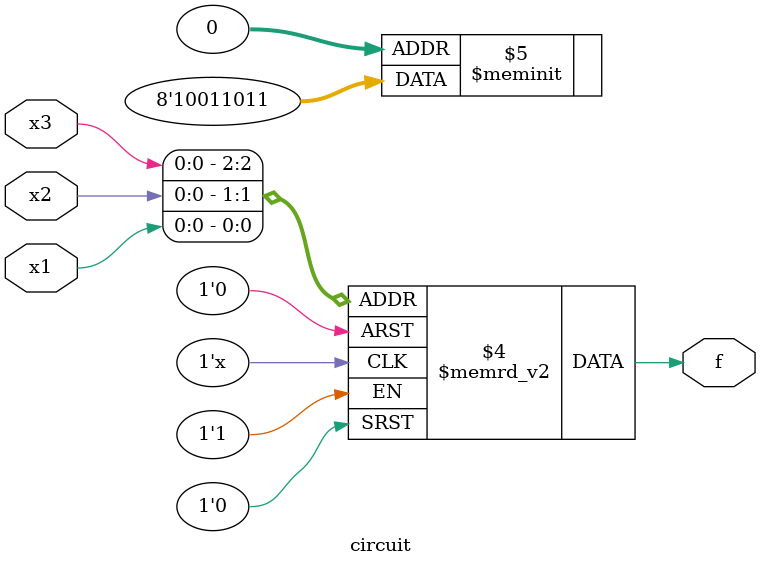
<source format=v>
module circuit(input x3, input x2, input x1, output reg f );
  
  always @(x3 or x2 or x1)
    case ({x3, x2, x1})
      3'b000, 3'b001, 3'b011: f = 1;
      3'b010, 3'b110, 3'b101: f = 0;
      3'b100, 3'b111: f = 1;
      default: f = 0;
    endcase
endmodule


</source>
